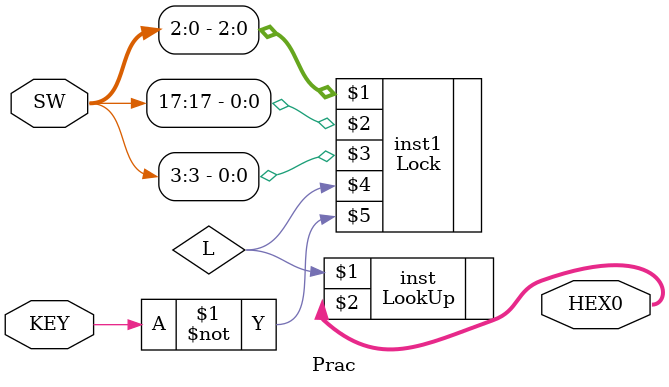
<source format=v>
module Prac(SW, KEY, HEX0);
input[0:0] KEY;
input[17:0] SW;
output [6:0] HEX0;
wire L;
Lock inst1(SW[2:0], SW[17], SW[3], L, ~KEY[0]);
LookUp inst(L, HEX0);
endmodule













</source>
